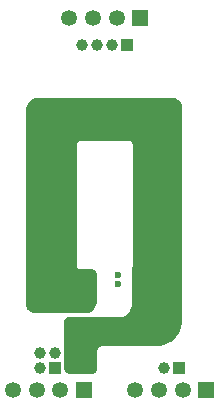
<source format=gtl>
G04*
G04 #@! TF.GenerationSoftware,Altium Limited,Altium Designer,21.7.2 (23)*
G04*
G04 Layer_Physical_Order=1*
G04 Layer_Color=255*
%FSAX25Y25*%
%MOIN*%
G70*
G04*
G04 #@! TF.SameCoordinates,7A990169-6DC8-41C8-B485-EB3673424C17*
G04*
G04*
G04 #@! TF.FilePolarity,Positive*
G04*
G01*
G75*
%ADD14C,0.03937*%
%ADD15R,0.03937X0.03937*%
%ADD18C,0.05315*%
%ADD19R,0.05315X0.05315*%
%ADD20R,0.03937X0.03937*%
%ADD21C,0.02362*%
G36*
X0184941Y0202953D02*
X0184941Y0202953D01*
X0184941D01*
X0185402Y0202928D01*
X0185946Y0202820D01*
X0186573Y0202561D01*
X0187137Y0202184D01*
X0187617Y0201704D01*
X0187994Y0201140D01*
X0188253Y0200513D01*
X0188386Y0199847D01*
X0188386Y0199508D01*
X0188386Y0128740D01*
X0188386Y0128740D01*
X0188386Y0127887D01*
X0188053Y0126214D01*
X0187400Y0124637D01*
X0186452Y0123219D01*
X0185246Y0122012D01*
X0183827Y0121064D01*
X0182251Y0120412D01*
X0180578Y0120079D01*
X0179724Y0120079D01*
X0161909D01*
X0161909Y0120079D01*
X0161525Y0120041D01*
X0160816Y0119747D01*
X0160273Y0119204D01*
X0159979Y0118494D01*
X0159941Y0118110D01*
Y0112266D01*
X0159686Y0111651D01*
X0159215Y0111180D01*
X0158600Y0110925D01*
X0150750D01*
X0149954Y0111255D01*
X0149345Y0111864D01*
X0149016Y0112660D01*
Y0113091D01*
Y0128347D01*
X0149016Y0128640D01*
X0149241Y0129183D01*
X0149656Y0129598D01*
X0150198Y0129823D01*
X0150492Y0129823D01*
X0167520Y0129823D01*
X0167925Y0129843D01*
X0168005Y0129859D01*
X0168720Y0130001D01*
X0169468Y0130311D01*
X0170142Y0130761D01*
X0170715Y0131334D01*
X0171165Y0132008D01*
X0171476Y0132757D01*
X0171634Y0133552D01*
X0171653Y0133957D01*
Y0146229D01*
X0171808Y0146460D01*
X0171886Y0146850D01*
Y0187500D01*
X0171808Y0187890D01*
X0171587Y0188221D01*
X0171256Y0188442D01*
X0170866Y0188520D01*
X0154331D01*
X0153940Y0188442D01*
X0153610Y0188221D01*
X0153389Y0187890D01*
X0153311Y0187500D01*
Y0146850D01*
X0153389Y0146460D01*
X0153610Y0146129D01*
X0153940Y0145908D01*
X0154331Y0145831D01*
X0158608D01*
X0159045Y0145650D01*
X0159626Y0145069D01*
X0159941Y0144309D01*
Y0134563D01*
X0159793Y0133821D01*
X0159504Y0133123D01*
X0159084Y0132494D01*
X0158549Y0131959D01*
X0157921Y0131539D01*
X0157222Y0131250D01*
X0156480Y0131102D01*
X0139370D01*
X0139089Y0131102D01*
X0138538Y0131212D01*
X0138018Y0131427D01*
X0137550Y0131740D01*
X0137153Y0132137D01*
X0136841Y0132605D01*
X0136625Y0133124D01*
X0136516Y0133676D01*
X0136516Y0133957D01*
Y0199016D01*
Y0199404D01*
X0136667Y0200164D01*
X0136964Y0200881D01*
X0137395Y0201525D01*
X0137943Y0202074D01*
X0138588Y0202505D01*
X0139304Y0202801D01*
X0140065Y0202953D01*
X0184941D01*
X0184941Y0202953D01*
D02*
G37*
D14*
X0146102Y0117854D02*
D03*
X0141102D02*
D03*
Y0112854D02*
D03*
X0155079Y0220472D02*
D03*
X0160079D02*
D03*
X0165079D02*
D03*
X0182283Y0112894D02*
D03*
D15*
X0146102Y0112854D02*
D03*
D18*
X0132087Y0105413D02*
D03*
X0139961D02*
D03*
X0147835D02*
D03*
X0172835D02*
D03*
X0180709D02*
D03*
X0188583D02*
D03*
X0166535Y0229528D02*
D03*
X0158661D02*
D03*
X0150787D02*
D03*
D19*
X0155709Y0105413D02*
D03*
X0196457D02*
D03*
X0174409Y0229528D02*
D03*
D20*
X0170079Y0220472D02*
D03*
X0187284Y0112894D02*
D03*
D21*
X0154528Y0114665D02*
D03*
X0167126Y0140847D02*
D03*
Y0143996D02*
D03*
X0158169Y0140847D02*
D03*
Y0143996D02*
D03*
X0154528Y0117815D02*
D03*
M02*

</source>
